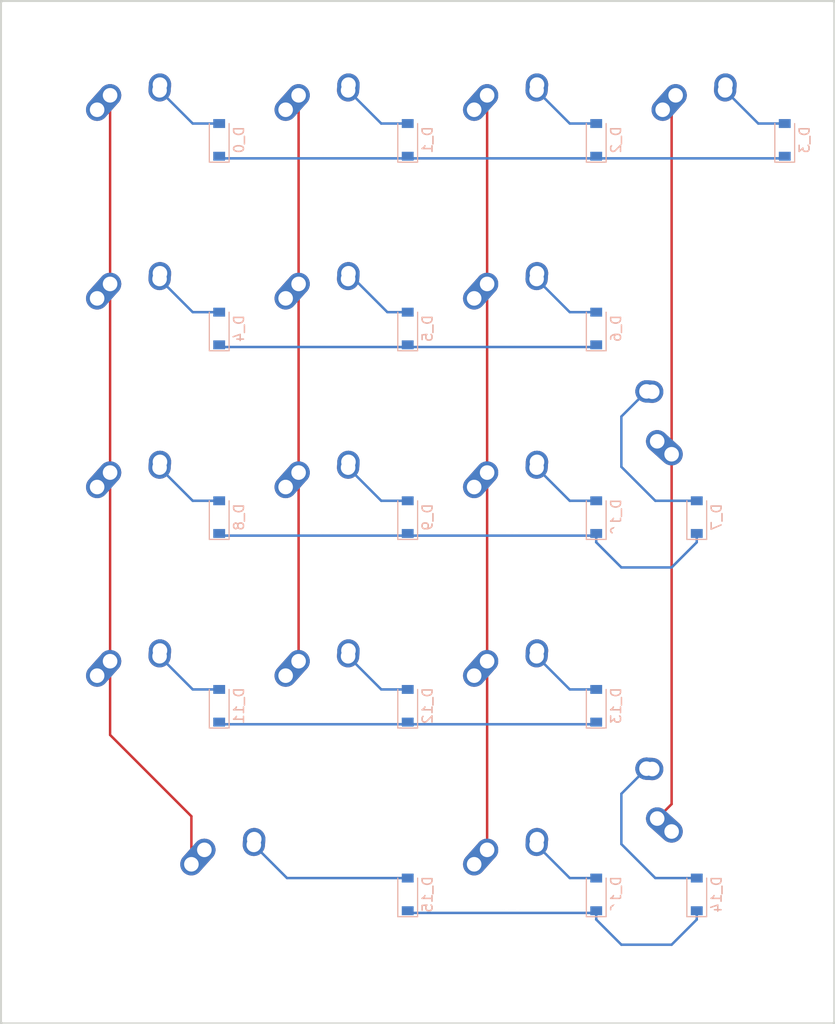
<source format=kicad_pcb>
(kicad_pcb (version 20211014) (generator pcbnew)
  (layers (0 "F.Cu" signal) (31 "B.Cu" signal) (34 "B.Paste" user) (35 "F.Paste" user) (36 "B.SilkS" user "B.Silkscreen") (37 "F.SilkS" user "F.Silkscreen") (38 "B.Mask" user) (39 "F.Mask" user) (44 "Edge.Cuts" user))
  (net 0 "")
  (net 1 "col0")
  (net 2 "col1")
  (net 3 "col2")
  (net 4 "col3")
  (net 5 "row0")
  (net 6 "row1")
  (net 7 "row2")
  (net 8 "row3")
  (net 9 "row4")
  (net 10 "Net-(D_0-Pad2)")
  (net 11 "Net-(D_1-Pad2)")
  (net 12 "Net-(D_2-Pad2)")
  (net 13 "Net-(D_3-Pad2)")
  (net 14 "Net-(D_4-Pad2)")
  (net 15 "Net-(D_5-Pad2)")
  (net 16 "Net-(D_6-Pad2)")
  (net 17 "Net-(D_8-Pad2)")
  (net 18 "Net-(D_9-Pad2)")
  (net 19 "Net-(D_10-Pad2)")
  (net 20 "Net-(D_7-Pad2)")
  (net 21 "Net-(D_11-Pad2)")
  (net 22 "Net-(D_12-Pad2)")
  (net 23 "Net-(D_13-Pad2)")
  (net 24 "Net-(D_15-Pad2)")
  (net 25 "Net-(D_16-Pad2)")
  (net 26 "Net-(D_14-Pad2)")
  (footprint "MX_Alps_Hybrid:MX-1U-NoLED" (layer "F.Cu") (at 48.625 49.03)
    (fp_text reference "K_5")
    (fp_text value "KEYSW")
    (pad "" np_thru_hole circle locked (at -5.08 0 48.0996) (size 1.75 1.75) (drill 1.75) (layers *.Cu *.Mask))
    (pad "" np_thru_hole circle locked (at 5.08 0 48.0996) (size 1.75 1.75) (drill 1.75) (layers *.Cu *.Mask))
    (pad "" np_thru_hole circle locked (at 0 0) (size 3.9878 3.9878) (drill 3.9878) (layers *.Cu *.Mask))
    (pad "1" thru_hole circle locked (at -2.5 -4) (size 2.25 2.25) (drill 1.47) (layers *.Cu "B.Mask") (net 2 "col1"))
    (pad "1" thru_hole oval locked (at -3.81 -2.54 48.0996) (size 4.211556 2.25) (drill 1.47 (offset 0.980778 0)) (layers *.Cu "B.Mask") (net 2 "col1"))
    (pad "2" thru_hole oval locked (at 2.5 -4.5 86.0548) (size 2.831378 2.25) (drill 1.47 (offset 0.290689 0)) (layers *.Cu "B.Mask") (net 15 "Net-(D_5-Pad2)"))
    (pad "2" thru_hole circle locked (at 2.54 -5.08) (size 2.25 2.25) (drill 1.47) (layers *.Cu "B.Mask") (net 15 "Net-(D_5-Pad2)"))
  )
  (footprint "MX_Alps_Hybrid:MX-1U-NoLED" (layer "F.Cu") (at 29.575 68.08)
    (fp_text reference "K_8")
    (fp_text value "KEYSW")
    (pad "" np_thru_hole circle locked (at 0 0) (size 3.9878 3.9878) (drill 3.9878) (layers *.Cu *.Mask))
    (pad "" np_thru_hole circle locked (at 5.08 0 48.0996) (size 1.75 1.75) (drill 1.75) (layers *.Cu *.Mask))
    (pad "" np_thru_hole circle locked (at -5.08 0 48.0996) (size 1.75 1.75) (drill 1.75) (layers *.Cu *.Mask))
    (pad "1" thru_hole circle locked (at -2.5 -4) (size 2.25 2.25) (drill 1.47) (layers *.Cu "B.Mask") (net 1 "col0"))
    (pad "1" thru_hole oval locked (at -3.81 -2.54 48.0996) (size 4.211556 2.25) (drill 1.47 (offset 0.980778 0)) (layers *.Cu "B.Mask") (net 1 "col0"))
    (pad "2" thru_hole oval locked (at 2.5 -4.5 86.0548) (size 2.831378 2.25) (drill 1.47 (offset 0.290689 0)) (layers *.Cu "B.Mask") (net 17 "Net-(D_8-Pad2)"))
    (pad "2" thru_hole circle locked (at 2.54 -5.08) (size 2.25 2.25) (drill 1.47) (layers *.Cu "B.Mask") (net 17 "Net-(D_8-Pad2)"))
  )
  (footprint "MX_Alps_Hybrid:MX-1U-NoLED" (layer "F.Cu") (at 29.575 49.03)
    (fp_text reference "K_4")
    (fp_text value "KEYSW")
    (pad "" np_thru_hole circle locked (at 0 0) (size 3.9878 3.9878) (drill 3.9878) (layers *.Cu *.Mask))
    (pad "" np_thru_hole circle locked (at 5.08 0 48.0996) (size 1.75 1.75) (drill 1.75) (layers *.Cu *.Mask))
    (pad "" np_thru_hole circle locked (at -5.08 0 48.0996) (size 1.75 1.75) (drill 1.75) (layers *.Cu *.Mask))
    (pad "1" thru_hole circle locked (at -2.5 -4) (size 2.25 2.25) (drill 1.47) (layers *.Cu "B.Mask") (net 1 "col0"))
    (pad "1" thru_hole oval locked (at -3.81 -2.54 48.0996) (size 4.211556 2.25) (drill 1.47 (offset 0.980778 0)) (layers *.Cu "B.Mask") (net 1 "col0"))
    (pad "2" thru_hole oval locked (at 2.5 -4.5 86.0548) (size 2.831378 2.25) (drill 1.47 (offset 0.290689 0)) (layers *.Cu "B.Mask") (net 14 "Net-(D_4-Pad2)"))
    (pad "2" thru_hole circle locked (at 2.54 -5.08) (size 2.25 2.25) (drill 1.47) (layers *.Cu "B.Mask") (net 14 "Net-(D_4-Pad2)"))
  )
  (footprint "MX_Alps_Hybrid:MX-1U-NoLED" (layer "F.Cu") (at 67.675 29.98)
    (fp_text reference "K_2")
    (fp_text value "KEYSW")
    (pad "" np_thru_hole circle locked (at -5.08 0 48.0996) (size 1.75 1.75) (drill 1.75) (layers *.Cu *.Mask))
    (pad "" np_thru_hole circle locked (at 5.08 0 48.0996) (size 1.75 1.75) (drill 1.75) (layers *.Cu *.Mask))
    (pad "" np_thru_hole circle locked (at 0 0) (size 3.9878 3.9878) (drill 3.9878) (layers *.Cu *.Mask))
    (pad "1" thru_hole oval locked (at -3.81 -2.54 48.0996) (size 4.211556 2.25) (drill 1.47 (offset 0.980778 0)) (layers *.Cu "B.Mask") (net 3 "col2"))
    (pad "1" thru_hole circle locked (at -2.5 -4) (size 2.25 2.25) (drill 1.47) (layers *.Cu "B.Mask") (net 3 "col2"))
    (pad "2" thru_hole oval locked (at 2.5 -4.5 86.0548) (size 2.831378 2.25) (drill 1.47 (offset 0.290689 0)) (layers *.Cu "B.Mask") (net 12 "Net-(D_2-Pad2)"))
    (pad "2" thru_hole circle locked (at 2.54 -5.08) (size 2.25 2.25) (drill 1.47) (layers *.Cu "B.Mask") (net 12 "Net-(D_2-Pad2)"))
  )
  (footprint "MX_Alps_Hybrid:MX-1U-NoLED" (layer "F.Cu") (at 67.675 68.08)
    (fp_text reference "K_10")
    (fp_text value "KEYSW")
    (pad "" np_thru_hole circle locked (at 5.08 0 48.0996) (size 1.75 1.75) (drill 1.75) (layers *.Cu *.Mask))
    (pad "" np_thru_hole circle locked (at 0 0) (size 3.9878 3.9878) (drill 3.9878) (layers *.Cu *.Mask))
    (pad "" np_thru_hole circle locked (at -5.08 0 48.0996) (size 1.75 1.75) (drill 1.75) (layers *.Cu *.Mask))
    (pad "1" thru_hole circle locked (at -2.5 -4) (size 2.25 2.25) (drill 1.47) (layers *.Cu "B.Mask") (net 3 "col2"))
    (pad "1" thru_hole oval locked (at -3.81 -2.54 48.0996) (size 4.211556 2.25) (drill 1.47 (offset 0.980778 0)) (layers *.Cu "B.Mask") (net 3 "col2"))
    (pad "2" thru_hole circle locked (at 2.54 -5.08) (size 2.25 2.25) (drill 1.47) (layers *.Cu "B.Mask") (net 19 "Net-(D_10-Pad2)"))
    (pad "2" thru_hole oval locked (at 2.5 -4.5 86.0548) (size 2.831378 2.25) (drill 1.47 (offset 0.290689 0)) (layers *.Cu "B.Mask") (net 19 "Net-(D_10-Pad2)"))
  )
  (footprint "MX_Alps_Hybrid:MX-1U-NoLED" (layer "F.Cu") (at 67.675 49.03)
    (fp_text reference "K_6")
    (fp_text value "KEYSW")
    (pad "" np_thru_hole circle locked (at 0 0) (size 3.9878 3.9878) (drill 3.9878) (layers *.Cu *.Mask))
    (pad "" np_thru_hole circle locked (at -5.08 0 48.0996) (size 1.75 1.75) (drill 1.75) (layers *.Cu *.Mask))
    (pad "" np_thru_hole circle locked (at 5.08 0 48.0996) (size 1.75 1.75) (drill 1.75) (layers *.Cu *.Mask))
    (pad "1" thru_hole oval locked (at -3.81 -2.54 48.0996) (size 4.211556 2.25) (drill 1.47 (offset 0.980778 0)) (layers *.Cu "B.Mask") (net 3 "col2"))
    (pad "1" thru_hole circle locked (at -2.5 -4) (size 2.25 2.25) (drill 1.47) (layers *.Cu "B.Mask") (net 3 "col2"))
    (pad "2" thru_hole circle locked (at 2.54 -5.08) (size 2.25 2.25) (drill 1.47) (layers *.Cu "B.Mask") (net 16 "Net-(D_6-Pad2)"))
    (pad "2" thru_hole oval locked (at 2.5 -4.5 86.0548) (size 2.831378 2.25) (drill 1.47 (offset 0.290689 0)) (layers *.Cu "B.Mask") (net 16 "Net-(D_6-Pad2)"))
  )
  (footprint "MX_Alps_Hybrid:MX-2U-NoLED" (layer "F.Cu") (at 86.36 96.52 90)
    (fp_text reference "K_14")
    (fp_text value "KEYSW")
    (pad "" np_thru_hole circle locked (at 5.08 0 138.0996) (size 1.75 1.75) (drill 1.75) (layers *.Cu *.Mask))
    (pad "" np_thru_hole circle locked (at 0 0 90) (size 3.9878 3.9878) (drill 3.9878) (layers *.Cu *.Mask))
    (pad "" np_thru_hole circle locked (at -5.08 0 138.0996) (size 1.75 1.75) (drill 1.75) (layers *.Cu *.Mask))
    (pad "" np_thru_hole circle locked (at -11.938 -6.985 90) (size 3.048 3.048) (drill 3.048) (layers *.Cu *.Mask))
    (pad "" np_thru_hole circle locked (at 11.938 8.255 90) (size 3.9878 3.9878) (drill 3.9878) (layers *.Cu *.Mask))
    (pad "" np_thru_hole circle locked (at 11.938 -6.985 90) (size 3.048 3.048) (drill 3.048) (layers *.Cu *.Mask))
    (pad "" np_thru_hole circle locked (at -11.938 8.255 90) (size 3.9878 3.9878) (drill 3.9878) (layers *.Cu *.Mask))
    (pad "1" thru_hole circle locked (at -2.5 -4 90) (size 2.25 2.25) (drill 1.47) (layers *.Cu "B.Mask") (net 4 "col3"))
    (pad "1" thru_hole oval locked (at -3.81 -2.54 138.0996) (size 4.211556 2.25) (drill 1.47 (offset 0.980778 0)) (layers *.Cu "B.Mask") (net 4 "col3"))
    (pad "2" thru_hole oval locked (at 2.5 -4.5 176.0548) (size 2.831378 2.25) (drill 1.47 (offset 0.290689 0)) (layers *.Cu "B.Mask") (net 26 "Net-(D_14-Pad2)"))
    (pad "2" thru_hole circle locked (at 2.54 -5.08 90) (size 2.25 2.25) (drill 1.47) (layers *.Cu "B.Mask") (net 26 "Net-(D_14-Pad2)"))
  )
  (footprint "MX_Alps_Hybrid:MX-1U-NoLED" (layer "F.Cu") (at 86.725 29.98)
    (fp_text reference "K_3")
    (fp_text value "KEYSW")
    (pad "" np_thru_hole circle locked (at 5.08 0 48.0996) (size 1.75 1.75) (drill 1.75) (layers *.Cu *.Mask))
    (pad "" np_thru_hole circle locked (at -5.08 0 48.0996) (size 1.75 1.75) (drill 1.75) (layers *.Cu *.Mask))
    (pad "" np_thru_hole circle locked (at 0 0) (size 3.9878 3.9878) (drill 3.9878) (layers *.Cu *.Mask))
    (pad "1" thru_hole oval locked (at -3.81 -2.54 48.0996) (size 4.211556 2.25) (drill 1.47 (offset 0.980778 0)) (layers *.Cu "B.Mask") (net 4 "col3"))
    (pad "1" thru_hole circle locked (at -2.5 -4) (size 2.25 2.25) (drill 1.47) (layers *.Cu "B.Mask") (net 4 "col3"))
    (pad "2" thru_hole circle locked (at 2.54 -5.08) (size 2.25 2.25) (drill 1.47) (layers *.Cu "B.Mask") (net 13 "Net-(D_3-Pad2)"))
    (pad "2" thru_hole oval locked (at 2.5 -4.5 86.0548) (size 2.831378 2.25) (drill 1.47 (offset 0.290689 0)) (layers *.Cu "B.Mask") (net 13 "Net-(D_3-Pad2)"))
  )
  (footprint "MX_Alps_Hybrid:MX-1U-NoLED" (layer "F.Cu") (at 67.675 106.18)
    (fp_text reference "K_16")
    (fp_text value "KEYSW")
    (pad "" np_thru_hole circle locked (at 5.08 0 48.0996) (size 1.75 1.75) (drill 1.75) (layers *.Cu *.Mask))
    (pad "" np_thru_hole circle locked (at 0 0) (size 3.9878 3.9878) (drill 3.9878) (layers *.Cu *.Mask))
    (pad "" np_thru_hole circle locked (at -5.08 0 48.0996) (size 1.75 1.75) (drill 1.75) (layers *.Cu *.Mask))
    (pad "1" thru_hole oval locked (at -3.81 -2.54 48.0996) (size 4.211556 2.25) (drill 1.47 (offset 0.980778 0)) (layers *.Cu "B.Mask") (net 3 "col2"))
    (pad "1" thru_hole circle locked (at -2.5 -4) (size 2.25 2.25) (drill 1.47) (layers *.Cu "B.Mask") (net 3 "col2"))
    (pad "2" thru_hole oval locked (at 2.5 -4.5 86.0548) (size 2.831378 2.25) (drill 1.47 (offset 0.290689 0)) (layers *.Cu "B.Mask") (net 25 "Net-(D_16-Pad2)"))
    (pad "2" thru_hole circle locked (at 2.54 -5.08) (size 2.25 2.25) (drill 1.47) (layers *.Cu "B.Mask") (net 25 "Net-(D_16-Pad2)"))
  )
  (footprint "MX_Alps_Hybrid:MX-1U-NoLED" (layer "F.Cu") (at 48.625 87.13)
    (fp_text reference "K_12")
    (fp_text value "KEYSW")
    (pad "" np_thru_hole circle locked (at 0 0) (size 3.9878 3.9878) (drill 3.9878) (layers *.Cu *.Mask))
    (pad "" np_thru_hole circle locked (at 5.08 0 48.0996) (size 1.75 1.75) (drill 1.75) (layers *.Cu *.Mask))
    (pad "" np_thru_hole circle locked (at -5.08 0 48.0996) (size 1.75 1.75) (drill 1.75) (layers *.Cu *.Mask))
    (pad "1" thru_hole circle locked (at -2.5 -4) (size 2.25 2.25) (drill 1.47) (layers *.Cu "B.Mask") (net 2 "col1"))
    (pad "1" thru_hole oval locked (at -3.81 -2.54 48.0996) (size 4.211556 2.25) (drill 1.47 (offset 0.980778 0)) (layers *.Cu "B.Mask") (net 2 "col1"))
    (pad "2" thru_hole circle locked (at 2.54 -5.08) (size 2.25 2.25) (drill 1.47) (layers *.Cu "B.Mask") (net 22 "Net-(D_12-Pad2)"))
    (pad "2" thru_hole oval locked (at 2.5 -4.5 86.0548) (size 2.831378 2.25) (drill 1.47 (offset 0.290689 0)) (layers *.Cu "B.Mask") (net 22 "Net-(D_12-Pad2)"))
  )
  (footprint "MX_Alps_Hybrid:MX-1U-NoLED" (layer "F.Cu") (at 29.575 29.98)
    (fp_text reference "K_0")
    (fp_text value "KEYSW")
    (pad "" np_thru_hole circle locked (at -5.08 0 48.0996) (size 1.75 1.75) (drill 1.75) (layers *.Cu *.Mask))
    (pad "" np_thru_hole circle locked (at 0 0) (size 3.9878 3.9878) (drill 3.9878) (layers *.Cu *.Mask))
    (pad "" np_thru_hole circle locked (at 5.08 0 48.0996) (size 1.75 1.75) (drill 1.75) (layers *.Cu *.Mask))
    (pad "1" thru_hole circle locked (at -2.5 -4) (size 2.25 2.25) (drill 1.47) (layers *.Cu "B.Mask") (net 1 "col0"))
    (pad "1" thru_hole oval locked (at -3.81 -2.54 48.0996) (size 4.211556 2.25) (drill 1.47 (offset 0.980778 0)) (layers *.Cu "B.Mask") (net 1 "col0"))
    (pad "2" thru_hole circle locked (at 2.54 -5.08) (size 2.25 2.25) (drill 1.47) (layers *.Cu "B.Mask") (net 10 "Net-(D_0-Pad2)"))
    (pad "2" thru_hole oval locked (at 2.5 -4.5 86.0548) (size 2.831378 2.25) (drill 1.47 (offset 0.290689 0)) (layers *.Cu "B.Mask") (net 10 "Net-(D_0-Pad2)"))
  )
  (footprint "MX_Alps_Hybrid:MX-2U-NoLED" (layer "F.Cu") (at 39.1 106.18)
    (fp_text reference "K_15")
    (fp_text value "KEYSW")
    (pad "" np_thru_hole circle locked (at -5.08 0 48.0996) (size 1.75 1.75) (drill 1.75) (layers *.Cu *.Mask))
    (pad "" np_thru_hole circle locked (at 11.938 8.255) (size 3.9878 3.9878) (drill 3.9878) (layers *.Cu *.Mask))
    (pad "" np_thru_hole circle locked (at 0 0) (size 3.9878 3.9878) (drill 3.9878) (layers *.Cu *.Mask))
    (pad "" np_thru_hole circle locked (at -11.938 8.255) (size 3.9878 3.9878) (drill 3.9878) (layers *.Cu *.Mask))
    (pad "" np_thru_hole circle locked (at -11.938 -6.985) (size 3.048 3.048) (drill 3.048) (layers *.Cu *.Mask))
    (pad "" np_thru_hole circle locked (at 5.08 0 48.0996) (size 1.75 1.75) (drill 1.75) (layers *.Cu *.Mask))
    (pad "" np_thru_hole circle locked (at 11.938 -6.985) (size 3.048 3.048) (drill 3.048) (layers *.Cu *.Mask))
    (pad "1" thru_hole circle locked (at -2.5 -4) (size 2.25 2.25) (drill 1.47) (layers *.Cu "B.Mask") (net 1 "col0"))
    (pad "1" thru_hole oval locked (at -3.81 -2.54 48.0996) (size 4.211556 2.25) (drill 1.47 (offset 0.980778 0)) (layers *.Cu "B.Mask") (net 1 "col0"))
    (pad "2" thru_hole oval locked (at 2.5 -4.5 86.0548) (size 2.831378 2.25) (drill 1.47 (offset 0.290689 0)) (layers *.Cu "B.Mask") (net 24 "Net-(D_15-Pad2)"))
    (pad "2" thru_hole circle locked (at 2.54 -5.08) (size 2.25 2.25) (drill 1.47) (layers *.Cu "B.Mask") (net 24 "Net-(D_15-Pad2)"))
  )
  (footprint "MX_Alps_Hybrid:MX-1U-NoLED" (layer "F.Cu") (at 48.625 29.98)
    (fp_text reference "K_1")
    (fp_text value "KEYSW")
    (pad "" np_thru_hole circle locked (at 0 0) (size 3.9878 3.9878) (drill 3.9878) (layers *.Cu *.Mask))
    (pad "" np_thru_hole circle locked (at 5.08 0 48.0996) (size 1.75 1.75) (drill 1.75) (layers *.Cu *.Mask))
    (pad "" np_thru_hole circle locked (at -5.08 0 48.0996) (size 1.75 1.75) (drill 1.75) (layers *.Cu *.Mask))
    (pad "1" thru_hole circle locked (at -2.5 -4) (size 2.25 2.25) (drill 1.47) (layers *.Cu "B.Mask") (net 2 "col1"))
    (pad "1" thru_hole oval locked (at -3.81 -2.54 48.0996) (size 4.211556 2.25) (drill 1.47 (offset 0.980778 0)) (layers *.Cu "B.Mask") (net 2 "col1"))
    (pad "2" thru_hole oval locked (at 2.5 -4.5 86.0548) (size 2.831378 2.25) (drill 1.47 (offset 0.290689 0)) (layers *.Cu "B.Mask") (net 11 "Net-(D_1-Pad2)"))
    (pad "2" thru_hole circle locked (at 2.54 -5.08) (size 2.25 2.25) (drill 1.47) (layers *.Cu "B.Mask") (net 11 "Net-(D_1-Pad2)"))
  )
  (footprint "MX_Alps_Hybrid:MX-1U-NoLED" (layer "F.Cu") (at 48.625 68.08)
    (fp_text reference "K_9")
    (fp_text value "KEYSW")
    (pad "" np_thru_hole circle locked (at -5.08 0 48.0996) (size 1.75 1.75) (drill 1.75) (layers *.Cu *.Mask))
    (pad "" np_thru_hole circle locked (at 0 0) (size 3.9878 3.9878) (drill 3.9878) (layers *.Cu *.Mask))
    (pad "" np_thru_hole circle locked (at 5.08 0 48.0996) (size 1.75 1.75) (drill 1.75) (layers *.Cu *.Mask))
    (pad "1" thru_hole circle locked (at -2.5 -4) (size 2.25 2.25) (drill 1.47) (layers *.Cu "B.Mask") (net 2 "col1"))
    (pad "1" thru_hole oval locked (at -3.81 -2.54 48.0996) (size 4.211556 2.25) (drill 1.47 (offset 0.980778 0)) (layers *.Cu "B.Mask") (net 2 "col1"))
    (pad "2" thru_hole circle locked (at 2.54 -5.08) (size 2.25 2.25) (drill 1.47) (layers *.Cu "B.Mask") (net 18 "Net-(D_9-Pad2)"))
    (pad "2" thru_hole oval locked (at 2.5 -4.5 86.0548) (size 2.831378 2.25) (drill 1.47 (offset 0.290689 0)) (layers *.Cu "B.Mask") (net 18 "Net-(D_9-Pad2)"))
  )
  (footprint "MX_Alps_Hybrid:MX-2U-NoLED" (layer "F.Cu") (at 86.36 58.42 90)
    (fp_text reference "K_7")
    (fp_text value "KEYSW")
    (pad "" np_thru_hole circle locked (at -5.08 0 138.0996) (size 1.75 1.75) (drill 1.75) (layers *.Cu *.Mask))
    (pad "" np_thru_hole circle locked (at 11.938 8.255 90) (size 3.9878 3.9878) (drill 3.9878) (layers *.Cu *.Mask))
    (pad "" np_thru_hole circle locked (at -11.938 -6.985 90) (size 3.048 3.048) (drill 3.048) (layers *.Cu *.Mask))
    (pad "" np_thru_hole circle locked (at -11.938 8.255 90) (size 3.9878 3.9878) (drill 3.9878) (layers *.Cu *.Mask))
    (pad "" np_thru_hole circle locked (at 11.938 -6.985 90) (size 3.048 3.048) (drill 3.048) (layers *.Cu *.Mask))
    (pad "" np_thru_hole circle locked (at 5.08 0 138.0996) (size 1.75 1.75) (drill 1.75) (layers *.Cu *.Mask))
    (pad "" np_thru_hole circle locked (at 0 0 90) (size 3.9878 3.9878) (drill 3.9878) (layers *.Cu *.Mask))
    (pad "1" thru_hole oval locked (at -3.81 -2.54 138.0996) (size 4.211556 2.25) (drill 1.47 (offset 0.980778 0)) (layers *.Cu "B.Mask") (net 4 "col3"))
    (pad "1" thru_hole circle locked (at -2.5 -4 90) (size 2.25 2.25) (drill 1.47) (layers *.Cu "B.Mask") (net 4 "col3"))
    (pad "2" thru_hole circle locked (at 2.54 -5.08 90) (size 2.25 2.25) (drill 1.47) (layers *.Cu "B.Mask") (net 20 "Net-(D_7-Pad2)"))
    (pad "2" thru_hole oval locked (at 2.5 -4.5 176.0548) (size 2.831378 2.25) (drill 1.47 (offset 0.290689 0)) (layers *.Cu "B.Mask") (net 20 "Net-(D_7-Pad2)"))
  )
  (footprint "MX_Alps_Hybrid:MX-1U-NoLED" (layer "F.Cu") (at 67.675 87.13)
    (fp_text reference "K_13")
    (fp_text value "KEYSW")
    (pad "" np_thru_hole circle locked (at -5.08 0 48.0996) (size 1.75 1.75) (drill 1.75) (layers *.Cu *.Mask))
    (pad "" np_thru_hole circle locked (at 0 0) (size 3.9878 3.9878) (drill 3.9878) (layers *.Cu *.Mask))
    (pad "" np_thru_hole circle locked (at 5.08 0 48.0996) (size 1.75 1.75) (drill 1.75) (layers *.Cu *.Mask))
    (pad "1" thru_hole circle locked (at -2.5 -4) (size 2.25 2.25) (drill 1.47) (layers *.Cu "B.Mask") (net 3 "col2"))
    (pad "1" thru_hole oval locked (at -3.81 -2.54 48.0996) (size 4.211556 2.25) (drill 1.47 (offset 0.980778 0)) (layers *.Cu "B.Mask") (net 3 "col2"))
    (pad "2" thru_hole circle locked (at 2.54 -5.08) (size 2.25 2.25) (drill 1.47) (layers *.Cu "B.Mask") (net 23 "Net-(D_13-Pad2)"))
    (pad "2" thru_hole oval locked (at 2.5 -4.5 86.0548) (size 2.831378 2.25) (drill 1.47 (offset 0.290689 0)) (layers *.Cu "B.Mask") (net 23 "Net-(D_13-Pad2)"))
  )
  (footprint "MX_Alps_Hybrid:MX-1U-NoLED" (layer "F.Cu") (at 29.575 87.13)
    (fp_text reference "K_11")
    (fp_text value "KEYSW")
    (pad "" np_thru_hole circle locked (at 5.08 0 48.0996) (size 1.75 1.75) (drill 1.75) (layers *.Cu *.Mask))
    (pad "" np_thru_hole circle locked (at -5.08 0 48.0996) (size 1.75 1.75) (drill 1.75) (layers *.Cu *.Mask))
    (pad "" np_thru_hole circle locked (at 0 0) (size 3.9878 3.9878) (drill 3.9878) (layers *.Cu *.Mask))
    (pad "1" thru_hole circle locked (at -2.5 -4) (size 2.25 2.25) (drill 1.47) (layers *.Cu "B.Mask") (net 1 "col0"))
    (pad "1" thru_hole oval locked (at -3.81 -2.54 48.0996) (size 4.211556 2.25) (drill 1.47 (offset 0.980778 0)) (layers *.Cu "B.Mask") (net 1 "col0"))
    (pad "2" thru_hole circle locked (at 2.54 -5.08) (size 2.25 2.25) (drill 1.47) (layers *.Cu "B.Mask") (net 21 "Net-(D_11-Pad2)"))
    (pad "2" thru_hole oval locked (at 2.5 -4.5 86.0548) (size 2.831378 2.25) (drill 1.47 (offset 0.290689 0)) (layers *.Cu "B.Mask") (net 21 "Net-(D_11-Pad2)"))
  )
  (footprint "Diode_SMD:D_SOD-123" (layer "B.Cu") (at 76.2 68.58 90)
    (fp_text reference "D_10" (at 0 2 90) (layer "B.SilkS") (effects (justify mirror)))
    (fp_text value "D")
    (fp_line (start -2.25 1) (end 1.65 1) (layer "B.SilkS") (width 0.12))
    (fp_line (start -2.25 -1) (end 1.65 -1) (layer "B.SilkS") (width 0.12))
    (fp_line (start -2.25 1) (end -2.25 -1) (layer "B.SilkS") (width 0.12))
    (pad "1" smd rect locked (at -1.65 0 90) (size 0.9 1.2) (layers "B.Cu" "B.Paste" "B.Mask") (net 7 "row2"))
    (pad "2" smd rect locked (at 1.65 0 90) (size 0.9 1.2) (layers "B.Cu" "B.Paste" "B.Mask") (net 19 "Net-(D_10-Pad2)"))
  )
  (footprint "Diode_SMD:D_SOD-123" (layer "B.Cu") (at 38.1 87.63 90)
    (fp_text reference "D_11" (at 0 2 90) (layer "B.SilkS") (effects (justify mirror)))
    (fp_text value "D")
    (fp_line (start -2.25 1) (end 1.65 1) (layer "B.SilkS") (width 0.12))
    (fp_line (start -2.25 1) (end -2.25 -1) (layer "B.SilkS") (width 0.12))
    (fp_line (start -2.25 -1) (end 1.65 -1) (layer "B.SilkS") (width 0.12))
    (pad "1" smd rect locked (at -1.65 0 90) (size 0.9 1.2) (layers "B.Cu" "B.Paste" "B.Mask") (net 8 "row3"))
    (pad "2" smd rect locked (at 1.65 0 90) (size 0.9 1.2) (layers "B.Cu" "B.Paste" "B.Mask") (net 21 "Net-(D_11-Pad2)"))
  )
  (footprint "Diode_SMD:D_SOD-123" (layer "B.Cu") (at 57.15 30.48 90)
    (fp_text reference "D_1" (at 0 2 90) (layer "B.SilkS") (effects (justify mirror)))
    (fp_text value "D")
    (fp_line (start -2.25 1) (end 1.65 1) (layer "B.SilkS") (width 0.12))
    (fp_line (start -2.25 1) (end -2.25 -1) (layer "B.SilkS") (width 0.12))
    (fp_line (start -2.25 -1) (end 1.65 -1) (layer "B.SilkS") (width 0.12))
    (pad "1" smd rect locked (at -1.65 0 90) (size 0.9 1.2) (layers "B.Cu" "B.Paste" "B.Mask") (net 5 "row0"))
    (pad "2" smd rect locked (at 1.65 0 90) (size 0.9 1.2) (layers "B.Cu" "B.Paste" "B.Mask") (net 11 "Net-(D_1-Pad2)"))
  )
  (footprint "Diode_SMD:D_SOD-123" (layer "B.Cu") (at 57.15 106.68 90)
    (fp_text reference "D_15" (at 0 2 90) (layer "B.SilkS") (effects (justify mirror)))
    (fp_text value "D")
    (fp_line (start -2.25 1) (end 1.65 1) (layer "B.SilkS") (width 0.12))
    (fp_line (start -2.25 -1) (end 1.65 -1) (layer "B.SilkS") (width 0.12))
    (fp_line (start -2.25 1) (end -2.25 -1) (layer "B.SilkS") (width 0.12))
    (pad "1" smd rect locked (at -1.65 0 90) (size 0.9 1.2) (layers "B.Cu" "B.Paste" "B.Mask") (net 9 "row4"))
    (pad "2" smd rect locked (at 1.65 0 90) (size 0.9 1.2) (layers "B.Cu" "B.Paste" "B.Mask") (net 24 "Net-(D_15-Pad2)"))
  )
  (footprint "Diode_SMD:D_SOD-123" (layer "B.Cu") (at 57.15 49.53 90)
    (fp_text reference "D_5" (at 0 2 90) (layer "B.SilkS") (effects (justify mirror)))
    (fp_text value "D")
    (fp_line (start -2.25 -1) (end 1.65 -1) (layer "B.SilkS") (width 0.12))
    (fp_line (start -2.25 1) (end 1.65 1) (layer "B.SilkS") (width 0.12))
    (fp_line (start -2.25 1) (end -2.25 -1) (layer "B.SilkS") (width 0.12))
    (pad "1" smd rect locked (at -1.65 0 90) (size 0.9 1.2) (layers "B.Cu" "B.Paste" "B.Mask") (net 6 "row1"))
    (pad "2" smd rect locked (at 1.65 0 90) (size 0.9 1.2) (layers "B.Cu" "B.Paste" "B.Mask") (net 15 "Net-(D_5-Pad2)"))
  )
  (footprint "Diode_SMD:D_SOD-123" (layer "B.Cu") (at 76.2 49.53 90)
    (fp_text reference "D_6" (at 0 2 90) (layer "B.SilkS") (effects (justify mirror)))
    (fp_text value "D")
    (fp_line (start -2.25 1) (end -2.25 -1) (layer "B.SilkS") (width 0.12))
    (fp_line (start -2.25 -1) (end 1.65 -1) (layer "B.SilkS") (width 0.12))
    (fp_line (start -2.25 1) (end 1.65 1) (layer "B.SilkS") (width 0.12))
    (pad "1" smd rect locked (at -1.65 0 90) (size 0.9 1.2) (layers "B.Cu" "B.Paste" "B.Mask") (net 6 "row1"))
    (pad "2" smd rect locked (at 1.65 0 90) (size 0.9 1.2) (layers "B.Cu" "B.Paste" "B.Mask") (net 16 "Net-(D_6-Pad2)"))
  )
  (footprint "Diode_SMD:D_SOD-123" (layer "B.Cu") (at 86.36 68.58 90)
    (fp_text reference "D_7" (at 0 2 90) (layer "B.SilkS") (effects (justify mirror)))
    (fp_text value "D")
    (fp_line (start -2.25 -1) (end 1.65 -1) (layer "B.SilkS") (width 0.12))
    (fp_line (start -2.25 1) (end -2.25 -1) (layer "B.SilkS") (width 0.12))
    (fp_line (start -2.25 1) (end 1.65 1) (layer "B.SilkS") (width 0.12))
    (pad "1" smd rect locked (at -1.65 0 90) (size 0.9 1.2) (layers "B.Cu" "B.Paste" "B.Mask") (net 7 "row2"))
    (pad "2" smd rect locked (at 1.65 0 90) (size 0.9 1.2) (layers "B.Cu" "B.Paste" "B.Mask") (net 20 "Net-(D_7-Pad2)"))
  )
  (footprint "Diode_SMD:D_SOD-123" (layer "B.Cu") (at 57.15 87.63 90)
    (fp_text reference "D_12" (at 0 2 90) (layer "B.SilkS") (effects (justify mirror)))
    (fp_text value "D")
    (fp_line (start -2.25 1) (end 1.65 1) (layer "B.SilkS") (width 0.12))
    (fp_line (start -2.25 1) (end -2.25 -1) (layer "B.SilkS") (width 0.12))
    (fp_line (start -2.25 -1) (end 1.65 -1) (layer "B.SilkS") (width 0.12))
    (pad "1" smd rect locked (at -1.65 0 90) (size 0.9 1.2) (layers "B.Cu" "B.Paste" "B.Mask") (net 8 "row3"))
    (pad "2" smd rect locked (at 1.65 0 90) (size 0.9 1.2) (layers "B.Cu" "B.Paste" "B.Mask") (net 22 "Net-(D_12-Pad2)"))
  )
  (footprint "Diode_SMD:D_SOD-123" (layer "B.Cu") (at 95.25 30.48 90)
    (fp_text reference "D_3" (at 0 2 90) (layer "B.SilkS") (effects (justify mirror)))
    (fp_text value "D")
    (fp_line (start -2.25 1) (end -2.25 -1) (layer "B.SilkS") (width 0.12))
    (fp_line (start -2.25 -1) (end 1.65 -1) (layer "B.SilkS") (width 0.12))
    (fp_line (start -2.25 1) (end 1.65 1) (layer "B.SilkS") (width 0.12))
    (pad "1" smd rect locked (at -1.65 0 90) (size 0.9 1.2) (layers "B.Cu" "B.Paste" "B.Mask") (net 5 "row0"))
    (pad "2" smd rect locked (at 1.65 0 90) (size 0.9 1.2) (layers "B.Cu" "B.Paste" "B.Mask") (net 13 "Net-(D_3-Pad2)"))
  )
  (footprint "Diode_SMD:D_SOD-123" (layer "B.Cu") (at 38.1 49.53 90)
    (fp_text reference "D_4" (at 0 2 90) (layer "B.SilkS") (effects (justify mirror)))
    (fp_text value "D")
    (fp_line (start -2.25 1) (end 1.65 1) (layer "B.SilkS") (width 0.12))
    (fp_line (start -2.25 -1) (end 1.65 -1) (layer "B.SilkS") (width 0.12))
    (fp_line (start -2.25 1) (end -2.25 -1) (layer "B.SilkS") (width 0.12))
    (pad "1" smd rect locked (at -1.65 0 90) (size 0.9 1.2) (layers "B.Cu" "B.Paste" "B.Mask") (net 6 "row1"))
    (pad "2" smd rect locked (at 1.65 0 90) (size 0.9 1.2) (layers "B.Cu" "B.Paste" "B.Mask") (net 14 "Net-(D_4-Pad2)"))
  )
  (footprint "Diode_SMD:D_SOD-123" (layer "B.Cu") (at 86.36 106.68 90)
    (fp_text reference "D_14" (at 0 2 90) (layer "B.SilkS") (effects (justify mirror)))
    (fp_text value "D")
    (fp_line (start -2.25 1) (end 1.65 1) (layer "B.SilkS") (width 0.12))
    (fp_line (start -2.25 -1) (end 1.65 -1) (layer "B.SilkS") (width 0.12))
    (fp_line (start -2.25 1) (end -2.25 -1) (layer "B.SilkS") (width 0.12))
    (pad "1" smd rect locked (at -1.65 0 90) (size 0.9 1.2) (layers "B.Cu" "B.Paste" "B.Mask") (net 9 "row4"))
    (pad "2" smd rect locked (at 1.65 0 90) (size 0.9 1.2) (layers "B.Cu" "B.Paste" "B.Mask") (net 26 "Net-(D_14-Pad2)"))
  )
  (footprint "Diode_SMD:D_SOD-123" (layer "B.Cu") (at 38.1 30.48 90)
    (fp_text reference "D_0" (at 0 2 90) (layer "B.SilkS") (effects (justify mirror)))
    (fp_text value "D")
    (fp_line (start -2.25 -1) (end 1.65 -1) (layer "B.SilkS") (width 0.12))
    (fp_line (start -2.25 1) (end 1.65 1) (layer "B.SilkS") (width 0.12))
    (fp_line (start -2.25 1) (end -2.25 -1) (layer "B.SilkS") (width 0.12))
    (pad "1" smd rect locked (at -1.65 0 90) (size 0.9 1.2) (layers "B.Cu" "B.Paste" "B.Mask") (net 5 "row0"))
    (pad "2" smd rect locked (at 1.65 0 90) (size 0.9 1.2) (layers "B.Cu" "B.Paste" "B.Mask") (net 10 "Net-(D_0-Pad2)"))
  )
  (footprint "Diode_SMD:D_SOD-123" (layer "B.Cu") (at 76.2 30.48 90)
    (fp_text reference "D_2" (at 0 2 90) (layer "B.SilkS") (effects (justify mirror)))
    (fp_text value "D")
    (fp_line (start -2.25 1) (end 1.65 1) (layer "B.SilkS") (width 0.12))
    (fp_line (start -2.25 1) (end -2.25 -1) (layer "B.SilkS") (width 0.12))
    (fp_line (start -2.25 -1) (end 1.65 -1) (layer "B.SilkS") (width 0.12))
    (pad "1" smd rect locked (at -1.65 0 90) (size 0.9 1.2) (layers "B.Cu" "B.Paste" "B.Mask") (net 5 "row0"))
    (pad "2" smd rect locked (at 1.65 0 90) (size 0.9 1.2) (layers "B.Cu" "B.Paste" "B.Mask") (net 12 "Net-(D_2-Pad2)"))
  )
  (footprint "Diode_SMD:D_SOD-123" (layer "B.Cu") (at 38.1 68.58 90)
    (fp_text reference "D_8" (at 0 2 90) (layer "B.SilkS") (effects (justify mirror)))
    (fp_text value "D")
    (fp_line (start -2.25 1) (end 1.65 1) (layer "B.SilkS") (width 0.12))
    (fp_line (start -2.25 -1) (end 1.65 -1) (layer "B.SilkS") (width 0.12))
    (fp_line (start -2.25 1) (end -2.25 -1) (layer "B.SilkS") (width 0.12))
    (pad "1" smd rect locked (at -1.65 0 90) (size 0.9 1.2) (layers "B.Cu" "B.Paste" "B.Mask") (net 7 "row2"))
    (pad "2" smd rect locked (at 1.65 0 90) (size 0.9 1.2) (layers "B.Cu" "B.Paste" "B.Mask") (net 17 "Net-(D_8-Pad2)"))
  )
  (footprint "Diode_SMD:D_SOD-123" (layer "B.Cu") (at 76.2 87.63 90)
    (fp_text reference "D_13" (at 0 2 90) (layer "B.SilkS") (effects (justify mirror)))
    (fp_text value "D")
    (fp_line (start -2.25 1) (end -2.25 -1) (layer "B.SilkS") (width 0.12))
    (fp_line (start -2.25 -1) (end 1.65 -1) (layer "B.SilkS") (width 0.12))
    (fp_line (start -2.25 1) (end 1.65 1) (layer "B.SilkS") (width 0.12))
    (pad "1" smd rect locked (at -1.65 0 90) (size 0.9 1.2) (layers "B.Cu" "B.Paste" "B.Mask") (net 8 "row3"))
    (pad "2" smd rect locked (at 1.65 0 90) (size 0.9 1.2) (layers "B.Cu" "B.Paste" "B.Mask") (net 23 "Net-(D_13-Pad2)"))
  )
  (footprint "Diode_SMD:D_SOD-123" (layer "B.Cu") (at 76.2 106.68 90)
    (fp_text reference "D_16" (at 0 2 90) (layer "B.SilkS") (effects (justify mirror)))
    (fp_text value "D")
    (fp_line (start -2.25 -1) (end 1.65 -1) (layer "B.SilkS") (width 0.12))
    (fp_line (start -2.25 1) (end 1.65 1) (layer "B.SilkS") (width 0.12))
    (fp_line (start -2.25 1) (end -2.25 -1) (layer "B.SilkS") (width 0.12))
    (pad "1" smd rect locked (at -1.65 0 90) (size 0.9 1.2) (layers "B.Cu" "B.Paste" "B.Mask") (net 9 "row4"))
    (pad "2" smd rect locked (at 1.65 0 90) (size 0.9 1.2) (layers "B.Cu" "B.Paste" "B.Mask") (net 25 "Net-(D_16-Pad2)"))
  )
  (footprint "Diode_SMD:D_SOD-123" (layer "B.Cu") (at 57.15 68.58 90)
    (fp_text reference "D_9" (at 0 2 90) (layer "B.SilkS") (effects (justify mirror)))
    (fp_text value "D")
    (fp_line (start -2.25 1) (end 1.65 1) (layer "B.SilkS") (width 0.12))
    (fp_line (start -2.25 -1) (end 1.65 -1) (layer "B.SilkS") (width 0.12))
    (fp_line (start -2.25 1) (end -2.25 -1) (layer "B.SilkS") (width 0.12))
    (pad "1" smd rect locked (at -1.65 0 90) (size 0.9 1.2) (layers "B.Cu" "B.Paste" "B.Mask") (net 7 "row2"))
    (pad "2" smd rect locked (at 1.65 0 90) (size 0.9 1.2) (layers "B.Cu" "B.Paste" "B.Mask") (net 18 "Net-(D_9-Pad2)"))
  )
  (gr_arc (start 100.25 16.455) (mid 100.25 16.455) (end 100.25 16.455) (layer "Edge.Cuts") (width 0.2))
  (gr_arc (start 100.25 119.705) (mid 100.25 119.705) (end 100.25 119.705) (layer "Edge.Cuts") (width 0.2))
  (gr_line (start 16.05 119.705) (end 16.05 16.455) (layer "Edge.Cuts") (width 0.2))
  (gr_line (start 100.25 16.455) (end 100.25 119.705) (layer "Edge.Cuts") (width 0.2))
  (gr_arc (start 16.05 119.705) (mid 16.05 119.705) (end 16.05 119.705) (layer "Edge.Cuts") (width 0.2))
  (gr_line (start 16.05 16.455) (end 100.25 16.455) (layer "Edge.Cuts") (width 0.2))
  (gr_line (start 100.25 119.705) (end 16.05 119.705) (layer "Edge.Cuts") (width 0.2))
  (gr_arc (start 16.05 16.455) (mid 16.05 16.455) (end 16.05 16.455) (layer "Edge.Cuts") (width 0.2))
  (segment (start 35.29 98.79) (end 27.075 90.575) (width 0.25) (layer "F.Cu") (net 1))
  (segment (start 27.075 45.03) (end 27.075 25.98) (width 0.25) (layer "F.Cu") (net 1))
  (segment (start 27.075 83.13) (end 27.075 64.08) (width 0.25) (layer "F.Cu") (net 1))
  (segment (start 35.29 103.64) (end 35.29 98.79) (width 0.25) (layer "F.Cu") (net 1))
  (segment (start 27.075 64.08) (end 27.075 45.03) (width 0.25) (layer "F.Cu") (net 1))
  (segment (start 27.075 90.575) (end 27.075 83.13) (width 0.25) (layer "F.Cu") (net 1))
  (segment (start 46.125 25.98) (end 46.125 45.03) (width 0.25) (layer "F.Cu") (net 2))
  (segment (start 46.125 64.08) (end 46.125 83.13) (width 0.25) (layer "F.Cu") (net 2))
  (segment (start 46.125 45.03) (end 46.125 64.08) (width 0.25) (layer "F.Cu") (net 2))
  (segment (start 65.175 102.18) (end 65.175 83.13) (width 0.25) (layer "F.Cu") (net 3))
  (segment (start 65.175 64.08) (end 65.175 45.03) (width 0.25) (layer "F.Cu") (net 3))
  (segment (start 65.175 83.13) (end 65.175 64.08) (width 0.25) (layer "F.Cu") (net 3))
  (segment (start 65.175 45.03) (end 65.175 25.98) (width 0.25) (layer "F.Cu") (net 3))
  (segment (start 83.82 26.385) (end 84.225 25.98) (width 0.25) (layer "F.Cu") (net 4))
  (segment (start 83.82 62.23) (end 83.82 26.385) (width 0.25) (layer "F.Cu") (net 4))
  (segment (start 83.82 97.56) (end 83.82 62.23) (width 0.25) (layer "F.Cu") (net 4))
  (segment (start 82.36 99.02) (end 83.82 97.56) (width 0.25) (layer "F.Cu") (net 4))
  (segment (start 76.418421 32.348421) (end 95.031579 32.348421) (width 0.25) (layer "B.Cu") (net 5))
  (segment (start 76.2 32.13) (end 75.981579 32.348421) (width 0.25) (layer "B.Cu") (net 5))
  (segment (start 57.368421 32.348421) (end 57.15 32.13) (width 0.25) (layer "B.Cu") (net 5))
  (segment (start 56.931579 32.348421) (end 57.15 32.13) (width 0.25) (layer "B.Cu") (net 5))
  (segment (start 95.031579 32.348421) (end 95.25 32.13) (width 0.25) (layer "B.Cu") (net 5))
  (segment (start 76.2 32.13) (end 76.418421 32.348421) (width 0.25) (layer "B.Cu") (net 5))
  (segment (start 75.981579 32.348421) (end 57.368421 32.348421) (width 0.25) (layer "B.Cu") (net 5))
  (segment (start 38.1 32.13) (end 38.318421 32.348421) (width 0.25) (layer "B.Cu") (net 5))
  (segment (start 38.318421 32.348421) (end 56.931579 32.348421) (width 0.25) (layer "B.Cu") (net 5))
  (segment (start 57.368421 51.398421) (end 75.981579 51.398421) (width 0.25) (layer "B.Cu") (net 6))
  (segment (start 56.931579 51.398421) (end 57.15 51.18) (width 0.25) (layer "B.Cu") (net 6))
  (segment (start 75.981579 51.398421) (end 76.2 51.18) (width 0.25) (layer "B.Cu") (net 6))
  (segment (start 38.1 51.18) (end 38.318421 51.398421) (width 0.25) (layer "B.Cu") (net 6))
  (segment (start 57.15 51.18) (end 57.368421 51.398421) (width 0.25) (layer "B.Cu") (net 6))
  (segment (start 38.318421 51.398421) (end 56.931579 51.398421) (width 0.25) (layer "B.Cu") (net 6))
  (segment (start 57.15 70.23) (end 57.368421 70.448421) (width 0.25) (layer "B.Cu") (net 7))
  (segment (start 83.82 73.66) (end 78.74 73.66) (width 0.25) (layer "B.Cu") (net 7))
  (segment (start 86.36 71.12) (end 83.82 73.66) (width 0.25) (layer "B.Cu") (net 7))
  (segment (start 56.931579 70.448421) (end 57.15 70.23) (width 0.25) (layer "B.Cu") (net 7))
  (segment (start 38.1 70.23) (end 38.318421 70.448421) (width 0.25) (layer "B.Cu") (net 7))
  (segment (start 75.981579 70.448421) (end 76.2 70.23) (width 0.25) (layer "B.Cu") (net 7))
  (segment (start 38.318421 70.448421) (end 56.931579 70.448421) (width 0.25) (layer "B.Cu") (net 7))
  (segment (start 86.36 70.23) (end 86.36 71.12) (width 0.25) (layer "B.Cu") (net 7))
  (segment (start 76.2 71.12) (end 76.2 70.23) (width 0.25) (layer "B.Cu") (net 7))
  (segment (start 78.74 73.66) (end 76.2 71.12) (width 0.25) (layer "B.Cu") (net 7))
  (segment (start 57.368421 70.448421) (end 75.981579 70.448421) (width 0.25) (layer "B.Cu") (net 7))
  (segment (start 38.1 89.28) (end 38.318421 89.498421) (width 0.25) (layer "B.Cu") (net 8))
  (segment (start 57.15 89.28) (end 57.368421 89.498421) (width 0.25) (layer "B.Cu") (net 8))
  (segment (start 56.931579 89.498421) (end 57.15 89.28) (width 0.25) (layer "B.Cu") (net 8))
  (segment (start 38.318421 89.498421) (end 56.931579 89.498421) (width 0.25) (layer "B.Cu") (net 8))
  (segment (start 57.368421 89.498421) (end 75.981579 89.498421) (width 0.25) (layer "B.Cu") (net 8))
  (segment (start 75.981579 89.498421) (end 76.2 89.28) (width 0.25) (layer "B.Cu") (net 8))
  (segment (start 75.981579 108.548421) (end 76.2 108.33) (width 0.25) (layer "B.Cu") (net 9))
  (segment (start 86.36 109.22) (end 83.82 111.76) (width 0.25) (layer "B.Cu") (net 9))
  (segment (start 78.74 111.76) (end 76.2 109.22) (width 0.25) (layer "B.Cu") (net 9))
  (segment (start 57.368421 108.548421) (end 75.981579 108.548421) (width 0.25) (layer "B.Cu") (net 9))
  (segment (start 76.2 109.22) (end 76.2 108.33) (width 0.25) (layer "B.Cu") (net 9))
  (segment (start 57.15 108.33) (end 57.368421 108.548421) (width 0.25) (layer "B.Cu") (net 9))
  (segment (start 83.82 111.76) (end 78.74 111.76) (width 0.25) (layer "B.Cu") (net 9))
  (segment (start 86.36 108.33) (end 86.36 109.22) (width 0.25) (layer "B.Cu") (net 9))
  (segment (start 35.425 28.83) (end 32.075 25.48) (width 0.25) (layer "B.Cu") (net 10))
  (segment (start 38.1 28.83) (end 35.425 28.83) (width 0.25) (layer "B.Cu") (net 10))
  (segment (start 57.15 28.83) (end 54.475 28.83) (width 0.25) (layer "B.Cu") (net 11))
  (segment (start 54.475 28.83) (end 51.125 25.48) (width 0.25) (layer "B.Cu") (net 11))
  (segment (start 73.525 28.83) (end 70.175 25.48) (width 0.25) (layer "B.Cu") (net 12))
  (segment (start 76.2 28.83) (end 73.525 28.83) (width 0.25) (layer "B.Cu") (net 12))
  (segment (start 89.225 25.48) (end 92.575 28.83) (width 0.25) (layer "B.Cu") (net 13))
  (segment (start 92.575 28.83) (end 95.25 28.83) (width 0.25) (layer "B.Cu") (net 13))
  (segment (start 38.1 47.88) (end 35.425 47.88) (width 0.25) (layer "B.Cu") (net 14))
  (segment (start 35.425 47.88) (end 32.075 44.53) (width 0.25) (layer "B.Cu") (net 14))
  (segment (start 55.095 47.88) (end 51.165 43.95) (width 0.25) (layer "B.Cu") (net 15))
  (segment (start 57.15 47.88) (end 55.095 47.88) (width 0.25) (layer "B.Cu") (net 15))
  (segment (start 76.2 47.88) (end 73.525 47.88) (width 0.25) (layer "B.Cu") (net 16))
  (segment (start 73.525 47.88) (end 70.175 44.53) (width 0.25) (layer "B.Cu") (net 16))
  (segment (start 32.075 63.58) (end 35.425 66.93) (width 0.25) (layer "B.Cu") (net 17))
  (segment (start 35.425 66.93) (end 38.1 66.93) (width 0.25) (layer "B.Cu") (net 17))
  (segment (start 54.475 66.93) (end 57.15 66.93) (width 0.25) (layer "B.Cu") (net 18))
  (segment (start 51.125 63.58) (end 54.475 66.93) (width 0.25) (layer "B.Cu") (net 18))
  (segment (start 73.525 66.93) (end 76.2 66.93) (width 0.25) (layer "B.Cu") (net 19))
  (segment (start 70.175 63.58) (end 73.525 66.93) (width 0.25) (layer "B.Cu") (net 19))
  (segment (start 82.17 66.93) (end 78.74 63.5) (width 0.25) (layer "B.Cu") (net 20))
  (segment (start 86.36 66.93) (end 82.17 66.93) (width 0.25) (layer "B.Cu") (net 20))
  (segment (start 78.74 63.5) (end 78.74 58.42) (width 0.25) (layer "B.Cu") (net 20))
  (segment (start 78.74 58.42) (end 81.28 55.88) (width 0.25) (layer "B.Cu") (net 20))
  (segment (start 32.075 82.63) (end 35.425 85.98) (width 0.25) (layer "B.Cu") (net 21))
  (segment (start 35.425 85.98) (end 38.1 85.98) (width 0.25) (layer "B.Cu") (net 21))
  (segment (start 51.125 82.63) (end 54.475 85.98) (width 0.25) (layer "B.Cu") (net 22))
  (segment (start 54.475 85.98) (end 57.15 85.98) (width 0.25) (layer "B.Cu") (net 22))
  (segment (start 73.525 85.98) (end 76.2 85.98) (width 0.25) (layer "B.Cu") (net 23))
  (segment (start 70.175 82.63) (end 73.525 85.98) (width 0.25) (layer "B.Cu") (net 23))
  (segment (start 44.95 105.03) (end 57.15 105.03) (width 0.25) (layer "B.Cu") (net 24))
  (segment (start 41.6 101.68) (end 44.95 105.03) (width 0.25) (layer "B.Cu") (net 24))
  (segment (start 73.525 105.03) (end 76.2 105.03) (width 0.25) (layer "B.Cu") (net 25))
  (segment (start 70.175 101.68) (end 73.525 105.03) (width 0.25) (layer "B.Cu") (net 25))
  (segment (start 78.74 101.6) (end 78.74 96.52) (width 0.25) (layer "B.Cu") (net 26))
  (segment (start 82.17 105.03) (end 78.74 101.6) (width 0.25) (layer "B.Cu") (net 26))
  (segment (start 78.74 96.52) (end 81.28 93.98) (width 0.25) (layer "B.Cu") (net 26))
  (segment (start 86.36 105.03) (end 82.17 105.03) (width 0.25) (layer "B.Cu") (net 26))
)
</source>
